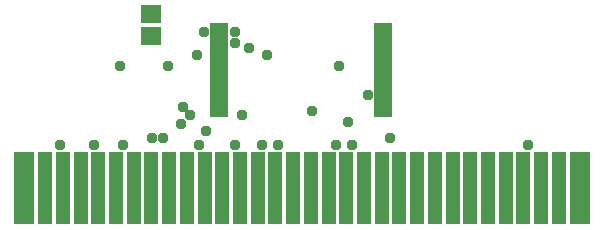
<source format=gbr>
G04 EAGLE Gerber RS-274X export*
G75*
%MOMM*%
%FSLAX34Y34*%
%LPD*%
%INSoldermask Top*%
%IPPOS*%
%AMOC8*
5,1,8,0,0,1.08239X$1,22.5*%
G01*
%ADD10R,1.703200X1.503200*%
%ADD11R,1.703200X6.203200*%
%ADD12R,1.203200X6.203200*%
%ADD13R,1.604100X0.482600*%
%ADD14C,0.959600*%


D10*
X127000Y187300D03*
X127000Y168300D03*
D11*
X20000Y40000D03*
D12*
X37500Y40000D03*
X52500Y40000D03*
X67500Y40000D03*
X82500Y40000D03*
X97500Y40000D03*
X112500Y40000D03*
X127500Y40000D03*
X142500Y40000D03*
X157500Y40000D03*
X172500Y40000D03*
X187500Y40000D03*
X202500Y40000D03*
X217500Y40000D03*
X232500Y40000D03*
X247500Y40000D03*
X262500Y40000D03*
X277500Y40000D03*
X292500Y40000D03*
X307500Y40000D03*
X322500Y40000D03*
X337500Y40000D03*
X352500Y40000D03*
X367500Y40000D03*
X382500Y40000D03*
X397500Y40000D03*
X412500Y40000D03*
X427500Y40000D03*
X442500Y40000D03*
X457500Y40000D03*
X472500Y40000D03*
D11*
X490000Y40000D03*
D13*
X184512Y177200D03*
X184512Y172200D03*
X184512Y167200D03*
X184512Y162200D03*
X184512Y157200D03*
X184512Y152200D03*
X184512Y147200D03*
X184512Y142200D03*
X184512Y137200D03*
X184512Y132200D03*
X184512Y127200D03*
X184512Y122200D03*
X184512Y117200D03*
X184512Y112200D03*
X184512Y107200D03*
X184512Y102200D03*
X323489Y102200D03*
X323489Y107200D03*
X323489Y112200D03*
X323489Y117200D03*
X323489Y122200D03*
X323489Y127200D03*
X323489Y132200D03*
X323489Y137200D03*
X323489Y142200D03*
X323489Y147200D03*
X323489Y152200D03*
X323489Y157200D03*
X323489Y162200D03*
X323489Y167200D03*
X323489Y172200D03*
X323489Y177200D03*
D14*
X141732Y143256D03*
X100584Y143256D03*
X310896Y118872D03*
X50292Y76200D03*
X294132Y96012D03*
X79248Y76200D03*
X160044Y101608D03*
X103632Y76200D03*
X153924Y108704D03*
X128016Y82296D03*
X152400Y94488D03*
X137160Y82296D03*
X166140Y152448D03*
X167640Y76200D03*
X172236Y171712D03*
X173736Y88392D03*
X286512Y143256D03*
X198120Y76200D03*
X198120Y172212D03*
X204216Y102108D03*
X198120Y163068D03*
X220980Y76200D03*
X210312Y158496D03*
X234696Y76200D03*
X225552Y152400D03*
X263652Y105156D03*
X283464Y76200D03*
X297180Y76200D03*
X329184Y82296D03*
X446532Y76200D03*
M02*

</source>
